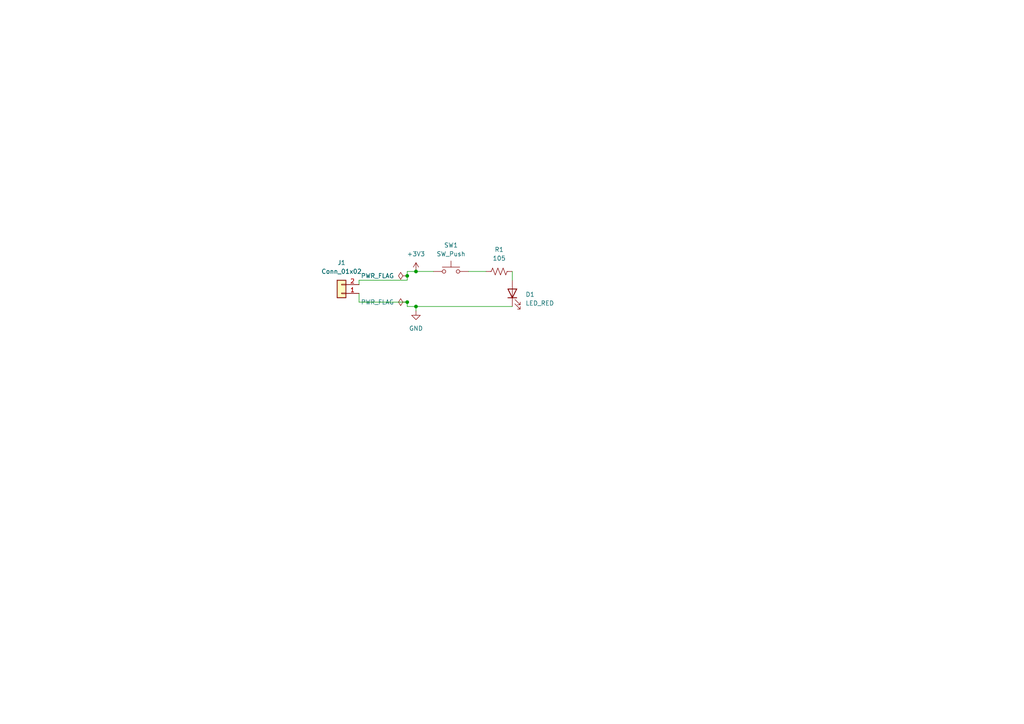
<source format=kicad_sch>
(kicad_sch (version 20231120) (generator "eeschema") (generator_version "8.0")
  (paper "A4")
  (title_block (date "2025-09-18"))
  (lib_symbols
    (symbol "Connector_Generic:Conn_01x02" (pin_names (offset 1.016) hide)
      (property "Reference" "J" (at 0 2.54 0))
      (property "Value" "Conn_01x02" (at 0 -5.08 0))
      (symbol "Conn_01x02_1_1"
        (rectangle (start -1.27 -2.413) (end 0 -2.667) (stroke (width 0.1524)))
        (rectangle (start -1.27 0.127) (end 0 -0.127) (stroke (width 0.1524)))
        (rectangle (start -1.27 1.27) (end 1.27 -3.81) (stroke (width 0.254)) (fill (type background)))
        (pin passive line (at -5.08 0 0) (length 3.81) (name "Pin_1") (number "1"))
        (pin passive line (at -5.08 -2.54 0) (length 3.81) (name "Pin_2") (number "2"))
      )
    )
    (symbol "Device:LED" (pin_numbers hide) (pin_names (offset 1.016) hide)
      (property "Reference" "D" (at 0 2.54 0))
      (property "Value" "LED" (at 0 -2.54 0))
      (symbol "LED_0_1"
        (polyline (pts (xy -1.27 -1.27) (xy -1.27 1.27)) (stroke (width 0.254)))
        (polyline (pts (xy -1.27 0) (xy 1.27 0)))
        (polyline (pts (xy 1.27 -1.27) (xy 1.27 1.27) (xy -1.27 0) (xy 1.27 -1.27)) (stroke (width 0.254)))
        (polyline (pts (xy -3.048 -0.762) (xy -4.572 -2.286) (xy -3.81 -2.286) (xy -4.572 -2.286) (xy -4.572 -1.524)))
        (polyline (pts (xy -1.778 -0.762) (xy -3.302 -2.286) (xy -2.54 -2.286) (xy -3.302 -2.286) (xy -3.302 -1.524)))
      )
      (symbol "LED_1_1"
        (pin passive line (at -3.81 0 0) (length 2.54) (name "K") (number "1"))
        (pin passive line (at 3.81 0 180) (length 2.54) (name "A") (number "2"))
      )
    )
    (symbol "Device:R_US" (pin_numbers hide) (pin_names (offset 0))
      (property "Reference" "R" (at 2.54 0 90))
      (property "Value" "R_US" (at -2.54 0 90))
      (symbol "R_US_0_1"
        (polyline (pts (xy 0 -2.286) (xy 0 -2.54)))
        (polyline (pts (xy 0 2.286) (xy 0 2.54)))
        (polyline (pts (xy 0 -0.762) (xy 1.016 -1.143) (xy 0 -1.524) (xy -1.016 -1.905) (xy 0 -2.286)))
        (polyline (pts (xy 0 0.762) (xy 1.016 0.381) (xy 0 0) (xy -1.016 -0.381) (xy 0 -0.762)))
        (polyline (pts (xy 0 2.286) (xy 1.016 1.905) (xy 0 1.524) (xy -1.016 1.143) (xy 0 0.762)))
      )
      (symbol "R_US_1_1"
        (pin passive line (at 0 3.81 270) (length 1.27) (name "~") (number "1"))
        (pin passive line (at 0 -3.81 90) (length 1.27) (name "~") (number "2"))
      )
    )
    (symbol "Switch:SW_Push" (pin_numbers hide) (pin_names (offset 1.016) hide)
      (property "Reference" "SW" (at 1.27 2.54 0))
      (property "Value" "SW_Push" (at 0 -1.524 0))
      (symbol "SW_Push_0_1"
        (circle (center -2.032 0) (radius 0.508))
        (polyline (pts (xy 0 1.27) (xy 0 3.048)))
        (polyline (pts (xy 2.54 1.27) (xy -2.54 1.27)))
        (circle (center 2.032 0) (radius 0.508))
        (pin passive line (at -5.08 0 0) (length 2.54) (name "1") (number "1"))
        (pin passive line (at 5.08 0 180) (length 2.54) (name "2") (number "2"))
      )
    )
    (symbol "power:+3V3" (power) (pin_names (offset 0))
      (property "Value" "+3V3" (at 0 3.556 0))
      (symbol "+3V3_0_1"
        (polyline (pts (xy -0.762 1.27) (xy 0 2.54)))
        (polyline (pts (xy 0 0) (xy 0 2.54)))
        (polyline (pts (xy 0 2.54) (xy 0.762 1.27)))
      )
      (symbol "+3V3_1_1"
        (pin power_in line (at 0 0 90) (length 0) hide (name "+3V3") (number "1"))
      )
    )
    (symbol "power:GND" (power) (pin_names (offset 0))
      (property "Value" "GND" (at 0 -3.81 0))
      (symbol "GND_0_1"
        (polyline (pts (xy 0 0) (xy 0 -1.27) (xy 1.27 -1.27) (xy 0 -2.54) (xy -1.27 -1.27) (xy 0 -1.27)))
      )
      (symbol "GND_1_1"
        (pin power_in line (at 0 0 270) (length 0) hide (name "GND") (number "1"))
      )
    )
    (symbol "power:PWR_FLAG" (power) (pin_numbers hide) (pin_names (offset 0) hide)
      (property "Value" "PWR_FLAG" (at 0 3.81 0))
      (symbol "PWR_FLAG_0_0"
        (pin power_out line (at 0 0 90) (length 0) (name "pwr") (number "1"))
      )
      (symbol "PWR_FLAG_0_1"
        (polyline (pts (xy 0 0) (xy 0 1.27) (xy -1.016 1.905) (xy 0 2.54) (xy 1.016 1.905) (xy 0 1.27)))
      )
    )
  )
  (junction (at 120.65 78.74))
  (junction (at 118.11 80.01))
  (junction (at 118.11 87.63))
  (junction (at 120.65 88.9))
  (wire (pts (xy 104.14 81.28) (xy 118.11 81.28)))
  (wire (pts (xy 120.65 78.74) (xy 125.73 78.74)))
  (wire (pts (xy 120.65 90.17) (xy 120.65 88.9)))
  (wire (pts (xy 120.65 88.9) (xy 148.59 88.9)))
  (wire (pts (xy 118.11 87.63) (xy 118.11 88.9)))
  (wire (pts (xy 104.14 82.55) (xy 104.14 81.28)))
  (wire (pts (xy 148.59 78.74) (xy 148.59 81.28)))
  (wire (pts (xy 104.14 85.09) (xy 104.14 87.63)))
  (wire (pts (xy 118.11 81.28) (xy 118.11 80.01)))
  (wire (pts (xy 135.89 78.74) (xy 140.97 78.74)))
  (wire (pts (xy 104.14 87.63) (xy 118.11 87.63)))
  (wire (pts (xy 118.11 80.01) (xy 118.11 78.74)))
  (wire (pts (xy 118.11 78.74) (xy 120.65 78.74)))
  (wire (pts (xy 118.11 88.9) (xy 120.65 88.9)))
  (symbol (lib_id "Device:LED") (at 148.59 85.09 90) (unit 1)
    (property "Reference" "D1" (at 152.4 85.4074 90) (effects (justify right)))
    (property "Value" "LED_RED" (at 152.4 87.9474 90) (effects (justify right)))
    (property "Datasheet" "https://www.farnell.com/datasheets/1498852.pdf" (effects (hide yes)))
    (property "Description" "Light emitting diode" (effects (hide yes)))
    (property "MPN" "1498852" (effects (hide yes)))
  )
  (symbol (lib_id "Device:R_US") (at 144.78 78.74 90) (unit 1)
    (property "Reference" "R1" (at 144.78 72.39 90))
    (property "Value" "105" (at 144.78 74.93 90))
    (property "Datasheet" "https://www.mouser.com/datasheet/3/40/1/crm.pdf" (effects (hide yes)))
    (property "Description" "Resistor, US symbol" (effects (hide yes)))
    (property "MPN" "CRM2512 " (effects (hide yes)))
  )
  (symbol (lib_id "power:GND") (at 120.65 90.17 0) (unit 1)
    (property "Reference" "#PWR02" (effects (hide yes)))
    (property "Value" "GND" (at 120.65 95.25 0))
    (property "Description" "Power symbol creates a global label with name \"GND\" , ground" (effects (hide yes)))
  )
  (symbol (lib_id "Connector_Generic:Conn_01x02") (at 99.06 85.09 180) (unit 1)
    (property "Reference" "J1" (at 99.06 76.2 0))
    (property "Value" "Conn_01x02" (at 99.06 78.74 0))
    (property "Datasheet" "https://cdn-reichelt.de/documents/datenblatt/C140/DS_MPE_087.pdf" (effects (hide yes)))
    (property "Description" "Generic connector, single row, 01x02, script generated (kicad-library-utils/schlib/autogen/connector/)" (effects (hide yes)))
    (property "MPN" "MPE 087-1-002" (effects (hide yes)))
  )
  (symbol (lib_id "power:PWR_FLAG") (at 118.11 80.01 90) (unit 1)
    (property "Reference" "#FLG01" (effects (hide yes)))
    (property "Value" "PWR_FLAG" (at 114.3 80.0099 90) (effects (justify left)))
    (property "Description" "Special symbol for telling ERC where power comes from" (effects (hide yes)))
  )
  (symbol (lib_id "Switch:SW_Push") (at 130.81 78.74 0) (unit 1)
    (property "Reference" "SW1" (at 130.81 71.12 0))
    (property "Value" "SW_Push" (at 130.81 73.66 0))
    (property "Datasheet" "https://www.te.com/commerce/DocumentDelivery/DDEController?Action=srchrtrv&DocNm=1825910&DocType=Customer+Drawing&DocLang=English&DocFormat=pdf&PartCntxt=1825910-6" (effects (hide yes)))
    (property "Description" "Push button switch, generic, two pins" (effects (hide yes)))
    (property "MPN" "1825910-6" (effects (hide yes)))
  )
  (symbol (lib_id "power:+3V3") (at 120.65 78.74 0) (unit 1)
    (property "Reference" "#PWR01" (effects (hide yes)))
    (property "Value" "+3V3" (at 120.65 73.66 0))
    (property "Description" "Power symbol creates a global label with name \"+3V3\"" (effects (hide yes)))
  )
  (symbol (lib_id "power:PWR_FLAG") (at 118.11 87.63 90) (unit 1)
    (property "Reference" "#FLG02" (effects (hide yes)))
    (property "Value" "PWR_FLAG" (at 114.3 87.6299 90) (effects (justify left)))
    (property "Description" "Special symbol for telling ERC where power comes from" (effects (hide yes)))
  )
)
</source>
